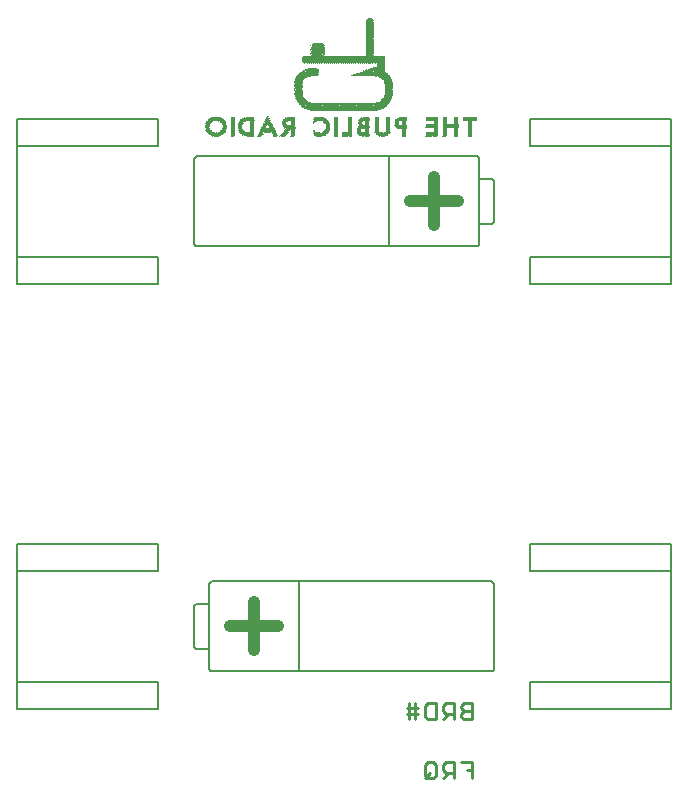
<source format=gbo>
G75*
%MOIN*%
%OFA0B0*%
%FSLAX24Y24*%
%IPPOS*%
%LPD*%
%AMOC8*
5,1,8,0,0,1.08239X$1,22.5*
%
%ADD10R,0.0018X0.0018*%
%ADD11R,0.0124X0.0018*%
%ADD12R,0.0142X0.0018*%
%ADD13R,0.0159X0.0018*%
%ADD14R,0.0407X0.0018*%
%ADD15R,0.0266X0.0018*%
%ADD16R,0.0301X0.0018*%
%ADD17R,0.0337X0.0018*%
%ADD18R,0.0177X0.0018*%
%ADD19R,0.0319X0.0018*%
%ADD20R,0.0372X0.0018*%
%ADD21R,0.0354X0.0018*%
%ADD22R,0.0195X0.0018*%
%ADD23R,0.0390X0.0018*%
%ADD24R,0.0443X0.0018*%
%ADD25R,0.0425X0.0018*%
%ADD26R,0.0478X0.0018*%
%ADD27R,0.0461X0.0018*%
%ADD28R,0.0514X0.0018*%
%ADD29R,0.0549X0.0018*%
%ADD30R,0.0230X0.0018*%
%ADD31R,0.0496X0.0018*%
%ADD32R,0.0089X0.0018*%
%ADD33R,0.0213X0.0018*%
%ADD34R,0.0053X0.0018*%
%ADD35R,0.0035X0.0018*%
%ADD36R,0.0283X0.0018*%
%ADD37R,0.0531X0.0018*%
%ADD38R,0.0106X0.0018*%
%ADD39R,0.0071X0.0018*%
%ADD40R,0.2285X0.0018*%
%ADD41R,0.2498X0.0018*%
%ADD42R,0.2640X0.0018*%
%ADD43R,0.2746X0.0018*%
%ADD44R,0.2852X0.0018*%
%ADD45R,0.2923X0.0018*%
%ADD46R,0.2994X0.0018*%
%ADD47R,0.0248X0.0018*%
%ADD48R,0.1240X0.0018*%
%ADD49R,0.0656X0.0018*%
%ADD50R,0.1098X0.0018*%
%ADD51R,0.0974X0.0018*%
%ADD52R,0.0620X0.0018*%
%ADD53R,0.0797X0.0018*%
%ADD54R,0.0585X0.0018*%
%ADD55R,0.0673X0.0018*%
%ADD56R,0.2728X0.0018*%
%ADD57R,0.2764X0.0018*%
%ADD58R,0.2711X0.0018*%
%ADD59C,0.0110*%
%ADD60C,0.0050*%
%ADD61C,0.0080*%
%ADD62C,0.0400*%
D10*
X009605Y023194D03*
X009658Y023318D03*
X009729Y023318D03*
X009782Y023194D03*
X010208Y023194D03*
X010243Y023194D03*
X010278Y023194D03*
X010597Y023229D03*
X010739Y023194D03*
X010774Y023194D03*
X010810Y023194D03*
X010845Y023194D03*
X010881Y023194D03*
X010916Y023194D03*
X010952Y023194D03*
X011093Y023194D03*
X011129Y023194D03*
X011164Y023194D03*
X011200Y023194D03*
X011306Y023336D03*
X011341Y023336D03*
X011377Y023336D03*
X011412Y023336D03*
X011448Y023336D03*
X011483Y023336D03*
X011519Y023336D03*
X011625Y023194D03*
X011660Y023194D03*
X011696Y023194D03*
X011731Y023194D03*
X011837Y023194D03*
X011873Y023194D03*
X011908Y023194D03*
X011944Y023194D03*
X011979Y023194D03*
X012192Y023194D03*
X012227Y023194D03*
X012263Y023194D03*
X012298Y023194D03*
X011997Y023460D03*
X012032Y023814D03*
X011412Y023867D03*
X010704Y023690D03*
X010650Y023814D03*
X009782Y023832D03*
X009747Y023832D03*
X009711Y023832D03*
X009676Y023832D03*
X009641Y023832D03*
X009605Y023832D03*
X009658Y023708D03*
X009694Y023708D03*
X009782Y023690D03*
X012334Y024576D03*
X012334Y024611D03*
X012334Y024717D03*
X012334Y024753D03*
X012334Y024859D03*
X012334Y024895D03*
X012334Y025001D03*
X012334Y025036D03*
X012546Y024965D03*
X012546Y024930D03*
X012546Y024824D03*
X012546Y024788D03*
X012546Y024682D03*
X012546Y024647D03*
X012652Y024434D03*
X012688Y024399D03*
X012794Y024328D03*
X012847Y024310D03*
X012865Y024292D03*
X012865Y024044D03*
X012900Y024044D03*
X013042Y023832D03*
X013078Y023832D03*
X013184Y023832D03*
X013219Y023832D03*
X013166Y023708D03*
X013131Y023708D03*
X013024Y023672D03*
X012954Y023637D03*
X012954Y023389D03*
X013131Y023318D03*
X013166Y023318D03*
X013219Y023194D03*
X013042Y023194D03*
X013645Y023194D03*
X013680Y023194D03*
X013715Y023194D03*
X013751Y023194D03*
X013928Y023194D03*
X013963Y023194D03*
X013999Y023194D03*
X014034Y023194D03*
X014070Y023194D03*
X014105Y023194D03*
X014141Y023194D03*
X014176Y023194D03*
X014211Y023194D03*
X014601Y023194D03*
X014637Y023194D03*
X014672Y023194D03*
X014708Y023194D03*
X014743Y023194D03*
X014778Y023194D03*
X015168Y023194D03*
X015221Y023318D03*
X015257Y023318D03*
X015434Y023247D03*
X015806Y023442D03*
X015859Y023566D03*
X015912Y023194D03*
X015948Y023194D03*
X015983Y023194D03*
X016019Y023194D03*
X016692Y023194D03*
X016727Y023194D03*
X016763Y023194D03*
X016798Y023194D03*
X016834Y023194D03*
X016869Y023194D03*
X016904Y023194D03*
X016940Y023194D03*
X016975Y023194D03*
X017011Y023194D03*
X017046Y023194D03*
X017259Y023194D03*
X017294Y023194D03*
X017330Y023194D03*
X017365Y023194D03*
X017649Y023194D03*
X017684Y023194D03*
X017719Y023194D03*
X017755Y023194D03*
X018109Y023194D03*
X018145Y023194D03*
X018180Y023194D03*
X018215Y023194D03*
X017595Y023601D03*
X017560Y023601D03*
X017524Y023601D03*
X017489Y023601D03*
X017454Y023601D03*
X017418Y023601D03*
X016922Y023601D03*
X016887Y023601D03*
X016851Y023601D03*
X016816Y023601D03*
X016780Y023601D03*
X016710Y023601D03*
X016710Y023530D03*
X016727Y023477D03*
X016692Y023477D03*
X016763Y023477D03*
X016798Y023477D03*
X016834Y023477D03*
X016869Y023477D03*
X016904Y023477D03*
X015558Y024576D03*
X015558Y024611D03*
X015558Y024717D03*
X015558Y024753D03*
X015558Y024859D03*
X015558Y024895D03*
X015558Y025001D03*
X015558Y025036D03*
X015523Y025072D03*
X015523Y025107D03*
X015487Y025178D03*
X015452Y025213D03*
X015345Y025320D03*
X015310Y025355D03*
X015310Y025391D03*
X015310Y025497D03*
X015310Y025532D03*
X015310Y025639D03*
X015310Y025674D03*
X015310Y025780D03*
X015310Y025816D03*
X015009Y025621D03*
X014938Y025621D03*
X014867Y025621D03*
X014832Y025621D03*
X014796Y025621D03*
X014725Y025621D03*
X014654Y025621D03*
X014584Y025621D03*
X014513Y025621D03*
X014442Y025621D03*
X014371Y025621D03*
X014300Y025621D03*
X014229Y025621D03*
X014158Y025621D03*
X014087Y025621D03*
X014017Y025621D03*
X013946Y025621D03*
X013875Y025621D03*
X013804Y025621D03*
X013733Y025621D03*
X013662Y025621D03*
X013591Y025621D03*
X013521Y025621D03*
X013450Y025621D03*
X013379Y025621D03*
X013308Y025621D03*
X013237Y025621D03*
X013166Y025621D03*
X013095Y025621D03*
X013024Y025621D03*
X012954Y025621D03*
X012883Y025621D03*
X012812Y025621D03*
X012741Y025621D03*
X012670Y025621D03*
X012652Y025639D03*
X012582Y025780D03*
X012582Y025816D03*
X012617Y025851D03*
X012635Y025869D03*
X012670Y025869D03*
X012865Y025922D03*
X012865Y025958D03*
X012865Y026064D03*
X012865Y026099D03*
X012865Y026206D03*
X013290Y026170D03*
X013290Y026135D03*
X013290Y026028D03*
X013290Y025993D03*
X013290Y025887D03*
X013060Y025444D03*
X013078Y025426D03*
X013113Y025355D03*
X013078Y025284D03*
X013007Y025213D03*
X012971Y025213D03*
X012936Y025213D03*
X012900Y025213D03*
X012847Y025196D03*
X012652Y025143D03*
X012617Y025107D03*
X012582Y025036D03*
X012440Y025249D03*
X012475Y025284D03*
X012582Y025355D03*
X012652Y025391D03*
X012723Y025426D03*
X012759Y025426D03*
X012776Y025444D03*
X012812Y025444D03*
X012475Y024292D03*
X012617Y024150D03*
X014211Y025213D03*
X014247Y025213D03*
X014282Y025213D03*
X014318Y025213D03*
X014353Y025213D03*
X014389Y025213D03*
X014424Y025213D03*
X014460Y025213D03*
X014495Y025213D03*
X014530Y025213D03*
X014566Y025213D03*
X014601Y025213D03*
X014637Y025213D03*
X014672Y025213D03*
X014708Y025213D03*
X014743Y025213D03*
X014778Y025213D03*
X014814Y025213D03*
X014849Y025213D03*
X014885Y025213D03*
X014920Y025213D03*
X014956Y025213D03*
X014991Y025213D03*
X015009Y025196D03*
X015044Y025196D03*
X015274Y025072D03*
X015310Y025036D03*
X015310Y025001D03*
X015345Y024930D03*
X015345Y024824D03*
X015345Y024788D03*
X015345Y024682D03*
X015345Y024647D03*
X015416Y024292D03*
X015381Y024221D03*
X015328Y024168D03*
X015274Y024150D03*
X015097Y024328D03*
X015026Y024292D03*
X014991Y024292D03*
X014991Y024044D03*
X014548Y023814D03*
X014282Y025249D03*
X014389Y025284D03*
X014406Y025302D03*
X014513Y025337D03*
X014619Y025373D03*
X014672Y025391D03*
X014708Y025391D03*
X014725Y025408D03*
X014778Y025426D03*
X014814Y025426D03*
X014991Y025497D03*
X014920Y025887D03*
X014920Y025993D03*
X014920Y026028D03*
X014920Y026135D03*
X014920Y026170D03*
X014920Y026276D03*
X014920Y026312D03*
X014920Y026418D03*
X014920Y026454D03*
X014920Y026560D03*
X014920Y026595D03*
X014920Y026702D03*
X014920Y026737D03*
X014920Y026843D03*
X014920Y026879D03*
X014920Y026985D03*
X014920Y027021D03*
X014885Y027091D03*
X014708Y027056D03*
X014708Y026950D03*
X014708Y026914D03*
X014708Y026808D03*
X014708Y026773D03*
X014708Y026666D03*
X014708Y026631D03*
X014708Y026524D03*
X014708Y026489D03*
X014708Y026383D03*
X014708Y026347D03*
X014708Y026241D03*
X014708Y026206D03*
X014708Y026099D03*
X014708Y026064D03*
X014708Y025958D03*
X014708Y025922D03*
D11*
X014814Y027109D03*
X015044Y023796D03*
X015044Y023761D03*
X015044Y023725D03*
X015044Y023690D03*
X015044Y023654D03*
X015044Y023619D03*
X015044Y023584D03*
X015044Y023548D03*
X015044Y023513D03*
X015044Y023477D03*
X015044Y023442D03*
X015044Y023406D03*
X015257Y023194D03*
X015434Y023442D03*
X015434Y023477D03*
X015434Y023513D03*
X015434Y023548D03*
X015434Y023584D03*
X015434Y023619D03*
X015434Y023654D03*
X015434Y023690D03*
X015434Y023725D03*
X015434Y023761D03*
X015434Y023796D03*
X015965Y023690D03*
X015965Y023654D03*
X015965Y023619D03*
X015965Y023584D03*
X015965Y023406D03*
X015965Y023371D03*
X015965Y023336D03*
X015965Y023300D03*
X015965Y023265D03*
X015965Y023229D03*
X014442Y023371D03*
X014442Y023406D03*
X013414Y023442D03*
X013414Y023584D03*
X013131Y023194D03*
X012245Y023229D03*
X012245Y023265D03*
X012245Y023300D03*
X012245Y023336D03*
X012245Y023371D03*
X012245Y023406D03*
X012245Y023584D03*
X012245Y023619D03*
X012245Y023654D03*
X012245Y023690D03*
X011412Y023778D03*
X010243Y023778D03*
X010243Y023743D03*
X010243Y023708D03*
X010243Y023672D03*
X010243Y023637D03*
X010243Y023601D03*
X010243Y023566D03*
X010243Y023530D03*
X010243Y023495D03*
X010243Y023460D03*
X010243Y023424D03*
X010243Y023389D03*
X010243Y023353D03*
X010243Y023318D03*
X010243Y023282D03*
X010243Y023247D03*
X010243Y023211D03*
X009977Y023477D03*
X009977Y023513D03*
X009977Y023548D03*
X010243Y023814D03*
X009694Y023194D03*
X009410Y023442D03*
X017702Y023442D03*
X017702Y023406D03*
X017702Y023371D03*
X017702Y023336D03*
X017702Y023300D03*
X017702Y023265D03*
X017702Y023229D03*
X017702Y023619D03*
X017702Y023654D03*
X017702Y023690D03*
X017702Y023725D03*
X017702Y023761D03*
X017702Y023796D03*
D12*
X017321Y023796D03*
X017321Y023778D03*
X017321Y023761D03*
X017321Y023743D03*
X017321Y023725D03*
X017321Y023708D03*
X017321Y023690D03*
X017321Y023672D03*
X017321Y023654D03*
X017321Y023637D03*
X017321Y023619D03*
X017321Y023601D03*
X017321Y023460D03*
X017321Y023442D03*
X017321Y023424D03*
X017321Y023406D03*
X017321Y023389D03*
X017321Y023371D03*
X017321Y023353D03*
X017321Y023336D03*
X017321Y023318D03*
X017321Y023300D03*
X017321Y023282D03*
X017321Y023265D03*
X017321Y023247D03*
X017321Y023229D03*
X017321Y023211D03*
X017020Y023336D03*
X017020Y023353D03*
X017020Y023371D03*
X017020Y023389D03*
X017020Y023406D03*
X017020Y023424D03*
X017020Y023442D03*
X017020Y023460D03*
X017020Y023601D03*
X017020Y023619D03*
X017020Y023637D03*
X017020Y023654D03*
X017020Y023672D03*
X017020Y023690D03*
X017321Y023814D03*
X018153Y023690D03*
X018153Y023672D03*
X018153Y023654D03*
X018153Y023637D03*
X018153Y023619D03*
X018153Y023601D03*
X018153Y023584D03*
X018153Y023566D03*
X018153Y023548D03*
X018153Y023530D03*
X018153Y023513D03*
X018153Y023495D03*
X018153Y023477D03*
X018153Y023460D03*
X018153Y023442D03*
X018153Y023424D03*
X018153Y023406D03*
X018153Y023389D03*
X018153Y023371D03*
X018153Y023353D03*
X018153Y023336D03*
X018153Y023318D03*
X018153Y023300D03*
X018153Y023282D03*
X018153Y023265D03*
X018153Y023247D03*
X018153Y023229D03*
X018153Y023211D03*
X015709Y023584D03*
X015709Y023601D03*
X015709Y023619D03*
X015709Y023637D03*
X015709Y023654D03*
X015425Y023406D03*
X015407Y023353D03*
X015053Y023371D03*
X014734Y023371D03*
X014734Y023389D03*
X014734Y023406D03*
X014734Y023424D03*
X014734Y023442D03*
X014734Y023353D03*
X014734Y023336D03*
X014734Y023584D03*
X014734Y023601D03*
X014734Y023619D03*
X014734Y023637D03*
X014734Y023654D03*
X014734Y023672D03*
X014734Y023690D03*
X014504Y023654D03*
X014504Y023637D03*
X014504Y023619D03*
X014451Y023424D03*
X014167Y023424D03*
X014167Y023406D03*
X014167Y023389D03*
X014167Y023371D03*
X014167Y023353D03*
X014167Y023336D03*
X014167Y023442D03*
X014167Y023460D03*
X014167Y023477D03*
X014167Y023495D03*
X014167Y023513D03*
X014167Y023530D03*
X014167Y023548D03*
X014167Y023566D03*
X014167Y023584D03*
X014167Y023601D03*
X014167Y023619D03*
X014167Y023637D03*
X014167Y023654D03*
X014167Y023672D03*
X014167Y023690D03*
X014167Y023708D03*
X014167Y023725D03*
X014167Y023743D03*
X014167Y023761D03*
X014167Y023778D03*
X014167Y023796D03*
X014167Y023814D03*
X013689Y023814D03*
X013689Y023796D03*
X013689Y023778D03*
X013689Y023761D03*
X013689Y023743D03*
X013689Y023725D03*
X013689Y023708D03*
X013689Y023690D03*
X013689Y023672D03*
X013689Y023654D03*
X013689Y023637D03*
X013689Y023619D03*
X013689Y023601D03*
X013689Y023584D03*
X013689Y023566D03*
X013689Y023548D03*
X013689Y023530D03*
X013689Y023513D03*
X013689Y023495D03*
X013689Y023477D03*
X013689Y023460D03*
X013689Y023442D03*
X013689Y023424D03*
X013689Y023406D03*
X013689Y023389D03*
X013689Y023371D03*
X013689Y023353D03*
X013689Y023336D03*
X013689Y023318D03*
X013689Y023300D03*
X013689Y023282D03*
X013689Y023265D03*
X013689Y023247D03*
X013689Y023229D03*
X013689Y023211D03*
X013423Y023477D03*
X013423Y023495D03*
X013423Y023513D03*
X013423Y023530D03*
X013423Y023548D03*
X011970Y023601D03*
X011970Y023619D03*
X011970Y023637D03*
X011970Y023654D03*
X011616Y023336D03*
X011651Y023265D03*
X011669Y023229D03*
X011545Y023477D03*
X011510Y023548D03*
X011297Y023530D03*
X011297Y023513D03*
X011191Y023300D03*
X011173Y023265D03*
X010890Y023336D03*
X010890Y023353D03*
X010890Y023371D03*
X010890Y023389D03*
X010890Y023406D03*
X010890Y023424D03*
X010890Y023442D03*
X010890Y023460D03*
X010890Y023477D03*
X010890Y023495D03*
X010890Y023513D03*
X010890Y023530D03*
X010890Y023548D03*
X010890Y023566D03*
X010890Y023584D03*
X010890Y023601D03*
X010890Y023619D03*
X010890Y023637D03*
X010890Y023654D03*
X010890Y023672D03*
X010890Y023690D03*
X010482Y023566D03*
X010482Y023530D03*
X010482Y023513D03*
X010482Y023495D03*
X010482Y023477D03*
X010482Y023460D03*
X009968Y023442D03*
X009968Y023424D03*
X009968Y023584D03*
X009968Y023601D03*
X009419Y023584D03*
X009401Y023548D03*
X009401Y023513D03*
X009401Y023495D03*
X009401Y023477D03*
X011403Y023743D03*
X011403Y023761D03*
D13*
X011412Y023725D03*
X011324Y023566D03*
X011306Y023548D03*
X011288Y023495D03*
X011271Y023477D03*
X011200Y023336D03*
X011200Y023318D03*
X011182Y023282D03*
X011164Y023229D03*
X011147Y023211D03*
X011519Y023513D03*
X011519Y023530D03*
X011536Y023495D03*
X011501Y023566D03*
X011625Y023318D03*
X011625Y023300D03*
X011643Y023282D03*
X011660Y023247D03*
X011678Y023211D03*
X011944Y023229D03*
X012032Y023353D03*
X012050Y023371D03*
X012245Y023389D03*
X012245Y023353D03*
X012245Y023318D03*
X012245Y023282D03*
X012245Y023247D03*
X012245Y023211D03*
X012245Y023566D03*
X012245Y023601D03*
X012245Y023637D03*
X012245Y023672D03*
X011979Y023672D03*
X011979Y023584D03*
X013024Y023708D03*
X013397Y023619D03*
X013414Y023601D03*
X013414Y023566D03*
X013414Y023460D03*
X013414Y023424D03*
X013397Y023406D03*
X013024Y023318D03*
X014442Y023353D03*
X014460Y023336D03*
X014442Y023389D03*
X014460Y023442D03*
X014530Y023584D03*
X014513Y023601D03*
X014513Y023672D03*
X014530Y023690D03*
X015044Y023708D03*
X015044Y023743D03*
X015044Y023778D03*
X015044Y023814D03*
X015044Y023672D03*
X015044Y023637D03*
X015044Y023601D03*
X015044Y023566D03*
X015044Y023530D03*
X015044Y023495D03*
X015044Y023460D03*
X015044Y023424D03*
X015044Y023389D03*
X015062Y023353D03*
X015416Y023371D03*
X015434Y023389D03*
X015434Y023424D03*
X015434Y023460D03*
X015434Y023495D03*
X015434Y023530D03*
X015434Y023566D03*
X015434Y023601D03*
X015434Y023637D03*
X015434Y023672D03*
X015434Y023708D03*
X015434Y023743D03*
X015434Y023778D03*
X015434Y023814D03*
X015717Y023672D03*
X015735Y023690D03*
X015965Y023672D03*
X015965Y023637D03*
X015965Y023601D03*
X015965Y023566D03*
X015965Y023424D03*
X015965Y023389D03*
X015965Y023353D03*
X015965Y023318D03*
X015965Y023282D03*
X015965Y023247D03*
X015965Y023211D03*
X017011Y023477D03*
X017702Y023460D03*
X017702Y023424D03*
X017702Y023389D03*
X017702Y023353D03*
X017702Y023318D03*
X017702Y023282D03*
X017702Y023247D03*
X017702Y023211D03*
X017702Y023601D03*
X017702Y023637D03*
X017702Y023672D03*
X017702Y023708D03*
X017702Y023743D03*
X017702Y023778D03*
X017702Y023814D03*
X010526Y023654D03*
X010509Y023619D03*
X010509Y023601D03*
X010491Y023584D03*
X010491Y023548D03*
X010491Y023442D03*
X010509Y023424D03*
X010509Y023406D03*
X010526Y023371D03*
X010243Y023371D03*
X010243Y023406D03*
X010243Y023442D03*
X010243Y023477D03*
X010243Y023513D03*
X010243Y023548D03*
X010243Y023584D03*
X010243Y023619D03*
X010243Y023654D03*
X010243Y023690D03*
X010243Y023725D03*
X010243Y023761D03*
X010243Y023796D03*
X009960Y023619D03*
X009942Y023637D03*
X009977Y023566D03*
X009977Y023530D03*
X009977Y023495D03*
X009977Y023460D03*
X009960Y023406D03*
X009942Y023389D03*
X010243Y023336D03*
X010243Y023300D03*
X010243Y023265D03*
X010243Y023229D03*
X009428Y023406D03*
X009410Y023424D03*
X009410Y023460D03*
X009410Y023530D03*
X009410Y023566D03*
X009410Y023601D03*
X009428Y023619D03*
D14*
X010757Y023761D03*
X010757Y023265D03*
X012121Y023530D03*
X012121Y023708D03*
X012121Y023743D03*
X012617Y024310D03*
X013149Y023778D03*
X013149Y023247D03*
X014601Y023282D03*
X014601Y023300D03*
X014601Y023318D03*
X014601Y023460D03*
X015841Y023708D03*
X016887Y023708D03*
X016887Y023725D03*
X016887Y023743D03*
X016887Y023761D03*
X016887Y023778D03*
X016887Y023796D03*
X016887Y023814D03*
X016887Y023584D03*
X016887Y023566D03*
X016887Y023548D03*
X016887Y023530D03*
X016887Y023513D03*
X016887Y023495D03*
X016887Y023318D03*
X016887Y023300D03*
X016887Y023282D03*
X016887Y023265D03*
X016887Y023247D03*
X016887Y023229D03*
X016887Y023211D03*
X015274Y025196D03*
X013078Y025904D03*
X013078Y026046D03*
X013078Y026188D03*
X013078Y026223D03*
X013078Y026259D03*
D15*
X012440Y025019D03*
X012440Y024983D03*
X012440Y024948D03*
X012440Y024877D03*
X012440Y024841D03*
X012440Y024806D03*
X012440Y024735D03*
X012440Y024700D03*
X012440Y024664D03*
X012440Y024629D03*
X012440Y024593D03*
X012475Y024487D03*
X012192Y023814D03*
X011412Y023637D03*
X009853Y023708D03*
X014814Y025869D03*
X014814Y025904D03*
X014814Y025940D03*
X014814Y025975D03*
X014814Y026011D03*
X014814Y026046D03*
X014814Y026082D03*
X014814Y026117D03*
X014814Y026152D03*
X014814Y026188D03*
X014814Y026223D03*
X014814Y026259D03*
X014814Y026294D03*
X014814Y026330D03*
X014814Y026365D03*
X014814Y026400D03*
X014814Y026436D03*
X014814Y026471D03*
X014814Y026507D03*
X014814Y026542D03*
X014814Y026578D03*
X014814Y026613D03*
X014814Y026649D03*
X014814Y026684D03*
X014814Y026719D03*
X014814Y026755D03*
X014814Y026790D03*
X014814Y026826D03*
X014814Y026861D03*
X014814Y026897D03*
X014814Y026932D03*
X014814Y026967D03*
X014814Y027003D03*
X015416Y025054D03*
X015434Y025019D03*
X015452Y024948D03*
X015452Y024912D03*
X015452Y024877D03*
X015452Y024841D03*
X015452Y024806D03*
X015452Y024771D03*
X015452Y024735D03*
X015452Y024700D03*
X015452Y024664D03*
X015452Y024629D03*
X015452Y024593D03*
X015416Y024523D03*
X015416Y024487D03*
X015912Y023814D03*
X015239Y023211D03*
D16*
X015239Y023229D03*
X014654Y023211D03*
X014654Y023778D03*
X015363Y024416D03*
X015399Y024452D03*
X015399Y025089D03*
X015363Y025125D03*
X015877Y023796D03*
X015877Y023477D03*
X015895Y023460D03*
X013131Y023211D03*
X013131Y023814D03*
X012528Y024416D03*
X012493Y024452D03*
X012156Y023796D03*
X012174Y023460D03*
X011412Y023584D03*
X009694Y023814D03*
X009694Y023211D03*
D17*
X009694Y023796D03*
X010792Y023796D03*
X010792Y023229D03*
X012156Y023424D03*
X012582Y024345D03*
X012546Y024381D03*
X013131Y023796D03*
X014070Y023318D03*
X014070Y023300D03*
X014070Y023282D03*
X014070Y023265D03*
X014070Y023247D03*
X014070Y023229D03*
X014070Y023211D03*
X014637Y023229D03*
X014637Y023743D03*
X015310Y024345D03*
X015345Y024381D03*
X015877Y023778D03*
X015859Y023761D03*
X013078Y026294D03*
X012546Y025160D03*
D18*
X013370Y023654D03*
X013388Y023637D03*
X013388Y023389D03*
X013388Y023371D03*
X012077Y023406D03*
X012059Y023389D03*
X012024Y023336D03*
X012006Y023318D03*
X011988Y023300D03*
X011970Y023265D03*
X011917Y023211D03*
X011173Y023247D03*
X009933Y023371D03*
X009933Y023654D03*
X009455Y023654D03*
X009437Y023637D03*
X009437Y023389D03*
X009455Y023371D03*
X015071Y023336D03*
X015407Y023336D03*
D19*
X014646Y023761D03*
X012502Y025125D03*
X012148Y023477D03*
X010801Y023211D03*
D20*
X012121Y023513D03*
X012139Y023495D03*
X012121Y023725D03*
X013149Y023229D03*
X014619Y023247D03*
X014619Y023513D03*
X014619Y023530D03*
X014619Y023708D03*
X015841Y023725D03*
X015859Y023743D03*
X015841Y023548D03*
X015328Y025160D03*
D21*
X014628Y023725D03*
X014628Y023566D03*
X014628Y023548D03*
X015230Y023247D03*
X015850Y023513D03*
X015868Y023495D03*
X012148Y023778D03*
X012130Y023761D03*
X009685Y023229D03*
D22*
X009481Y023336D03*
X009463Y023353D03*
X009463Y023672D03*
X009481Y023690D03*
X009906Y023690D03*
X009924Y023672D03*
X009924Y023353D03*
X009906Y023336D03*
X010526Y023389D03*
X010562Y023353D03*
X010526Y023637D03*
X010562Y023672D03*
X010580Y023690D03*
X011412Y023708D03*
X011997Y023690D03*
X012015Y023566D03*
X011979Y023282D03*
X011944Y023247D03*
X013343Y023336D03*
X013361Y023353D03*
X013361Y023672D03*
X013343Y023690D03*
X015097Y023318D03*
X015381Y023318D03*
X015735Y023566D03*
X015930Y023442D03*
X012936Y025444D03*
X014814Y027074D03*
D23*
X015124Y025479D03*
X014610Y023495D03*
X014610Y023477D03*
X014610Y023265D03*
X015230Y023265D03*
X015850Y023530D03*
X012112Y023548D03*
X010766Y023778D03*
X010766Y023247D03*
D24*
X010739Y023725D03*
X011412Y023460D03*
X011412Y023442D03*
X009694Y023247D03*
X009694Y023778D03*
X012599Y025196D03*
X012883Y025408D03*
X013078Y025940D03*
X013078Y025975D03*
X013078Y026011D03*
X013078Y026082D03*
X013078Y026117D03*
X013078Y026152D03*
X015257Y024310D03*
X015239Y023300D03*
X013166Y023282D03*
X013166Y023743D03*
X018145Y023761D03*
X018162Y023778D03*
X018145Y023796D03*
X018162Y023814D03*
X018162Y023743D03*
X018145Y023725D03*
X018162Y023708D03*
D25*
X015230Y023282D03*
X013157Y023265D03*
X013157Y023761D03*
D26*
X011412Y023424D03*
X010721Y023708D03*
X009694Y023761D03*
X009694Y023265D03*
X013078Y025869D03*
X015062Y025444D03*
D27*
X013175Y023725D03*
X013175Y023300D03*
X010730Y023300D03*
X010730Y023282D03*
X010730Y023743D03*
D28*
X011412Y023389D03*
X011412Y023371D03*
X009694Y023282D03*
X009694Y023743D03*
X012847Y025373D03*
X017507Y023584D03*
X017507Y023548D03*
X017507Y023513D03*
X017507Y023477D03*
D29*
X015026Y025408D03*
X011412Y023353D03*
X009694Y023300D03*
X009694Y023725D03*
D30*
X009517Y023708D03*
X009517Y023318D03*
X009871Y023318D03*
X011412Y023654D03*
X013308Y023708D03*
X013308Y023318D03*
X014690Y023814D03*
X015186Y025550D03*
X015186Y025586D03*
D31*
X011403Y023406D03*
X010712Y023318D03*
D32*
X011412Y023796D03*
X012989Y023336D03*
D33*
X011403Y023672D03*
X011403Y023690D03*
X010571Y023336D03*
D34*
X011412Y023849D03*
X012422Y024363D03*
X012422Y024399D03*
X012387Y024434D03*
X012387Y024469D03*
X012422Y024505D03*
X012422Y024540D03*
X012387Y024576D03*
X012387Y024611D03*
X012422Y024647D03*
X012422Y024682D03*
X012387Y024717D03*
X012387Y024753D03*
X012422Y024788D03*
X012422Y024824D03*
X012387Y024859D03*
X012387Y024895D03*
X012422Y024930D03*
X012422Y024965D03*
X012387Y025001D03*
X012387Y025036D03*
X012422Y025072D03*
X012422Y025107D03*
X012387Y025143D03*
X012458Y025143D03*
X012458Y025178D03*
X012493Y025213D03*
X012493Y025249D03*
X012528Y025284D03*
X012528Y025320D03*
X012599Y025320D03*
X012599Y025284D03*
X012564Y025249D03*
X012564Y025213D03*
X012599Y025178D03*
X012599Y025143D03*
X012564Y025107D03*
X012564Y025072D03*
X012528Y025036D03*
X012528Y025001D03*
X012493Y024965D03*
X012493Y024930D03*
X012528Y024895D03*
X012528Y024859D03*
X012493Y024824D03*
X012493Y024788D03*
X012528Y024753D03*
X012528Y024717D03*
X012493Y024682D03*
X012493Y024647D03*
X012528Y024611D03*
X012528Y024576D03*
X012493Y024540D03*
X012493Y024505D03*
X012528Y024469D03*
X012528Y024434D03*
X012493Y024399D03*
X012493Y024363D03*
X012528Y024328D03*
X012528Y024292D03*
X012493Y024257D03*
X012564Y024257D03*
X012564Y024221D03*
X012599Y024186D03*
X012635Y024221D03*
X012635Y024257D03*
X012670Y024292D03*
X012670Y024328D03*
X012635Y024363D03*
X012635Y024399D03*
X012599Y024434D03*
X012599Y024469D03*
X012564Y024505D03*
X012564Y024540D03*
X012458Y024576D03*
X012458Y024611D03*
X012458Y024717D03*
X012458Y024753D03*
X012458Y024859D03*
X012458Y024895D03*
X012458Y025001D03*
X012458Y025036D03*
X012493Y025072D03*
X012493Y025107D03*
X012528Y025143D03*
X012528Y025178D03*
X012422Y025213D03*
X012351Y025072D03*
X012351Y024965D03*
X012351Y024930D03*
X012351Y024824D03*
X012351Y024788D03*
X012351Y024682D03*
X012351Y024647D03*
X012351Y024540D03*
X012458Y024469D03*
X012458Y024434D03*
X012458Y024328D03*
X012564Y024363D03*
X012564Y024399D03*
X012599Y024328D03*
X012599Y024292D03*
X012706Y024257D03*
X012706Y024221D03*
X012741Y024186D03*
X012741Y024150D03*
X012706Y024115D03*
X012670Y024150D03*
X012670Y024186D03*
X012776Y024221D03*
X012776Y024257D03*
X012741Y024292D03*
X012741Y024328D03*
X012706Y024363D03*
X012812Y024292D03*
X012847Y024257D03*
X012847Y024221D03*
X012812Y024186D03*
X012812Y024150D03*
X012847Y024115D03*
X012847Y024080D03*
X012776Y024080D03*
X012776Y024115D03*
X012883Y024150D03*
X012883Y024186D03*
X012918Y024221D03*
X012918Y024257D03*
X012989Y024257D03*
X012989Y024221D03*
X012954Y024186D03*
X012954Y024150D03*
X012989Y024115D03*
X012989Y024080D03*
X012954Y024044D03*
X012918Y024080D03*
X012918Y024115D03*
X013024Y024150D03*
X013024Y024186D03*
X013060Y024221D03*
X013060Y024257D03*
X013131Y024257D03*
X013131Y024221D03*
X013166Y024186D03*
X013166Y024150D03*
X013131Y024115D03*
X013131Y024080D03*
X013166Y024044D03*
X013202Y024080D03*
X013202Y024115D03*
X013237Y024150D03*
X013237Y024186D03*
X013202Y024221D03*
X013202Y024257D03*
X013273Y024257D03*
X013273Y024221D03*
X013308Y024186D03*
X013308Y024150D03*
X013343Y024115D03*
X013343Y024080D03*
X013308Y024044D03*
X013273Y024080D03*
X013273Y024115D03*
X013237Y024044D03*
X013095Y024044D03*
X013060Y024080D03*
X013060Y024115D03*
X013095Y024150D03*
X013095Y024186D03*
X013024Y024044D03*
X013131Y023832D03*
X012971Y023672D03*
X012971Y023353D03*
X013379Y024044D03*
X013414Y024080D03*
X013414Y024115D03*
X013379Y024150D03*
X013379Y024186D03*
X013414Y024221D03*
X013414Y024257D03*
X013343Y024257D03*
X013343Y024221D03*
X013450Y024186D03*
X013450Y024150D03*
X013485Y024115D03*
X013485Y024080D03*
X013450Y024044D03*
X013521Y024044D03*
X013556Y024080D03*
X013556Y024115D03*
X013591Y024150D03*
X013591Y024186D03*
X013556Y024221D03*
X013556Y024257D03*
X013627Y024257D03*
X013627Y024221D03*
X013662Y024186D03*
X013662Y024150D03*
X013627Y024115D03*
X013627Y024080D03*
X013662Y024044D03*
X013698Y024080D03*
X013698Y024115D03*
X013733Y024150D03*
X013733Y024186D03*
X013698Y024221D03*
X013698Y024257D03*
X013769Y024257D03*
X013769Y024221D03*
X013804Y024186D03*
X013804Y024150D03*
X013769Y024115D03*
X013769Y024080D03*
X013804Y024044D03*
X013839Y024080D03*
X013839Y024115D03*
X013875Y024150D03*
X013875Y024186D03*
X013910Y024221D03*
X013910Y024257D03*
X013839Y024257D03*
X013839Y024221D03*
X013946Y024186D03*
X013946Y024150D03*
X013981Y024115D03*
X013981Y024080D03*
X013946Y024044D03*
X013910Y024080D03*
X013910Y024115D03*
X013875Y024044D03*
X014017Y024044D03*
X014052Y024080D03*
X014052Y024115D03*
X014017Y024150D03*
X014017Y024186D03*
X014052Y024221D03*
X014052Y024257D03*
X013981Y024257D03*
X013981Y024221D03*
X014087Y024186D03*
X014087Y024150D03*
X014123Y024115D03*
X014123Y024080D03*
X014158Y024044D03*
X014194Y024080D03*
X014194Y024115D03*
X014229Y024150D03*
X014229Y024186D03*
X014194Y024221D03*
X014194Y024257D03*
X014265Y024257D03*
X014265Y024221D03*
X014300Y024186D03*
X014300Y024150D03*
X014265Y024115D03*
X014265Y024080D03*
X014300Y024044D03*
X014336Y024080D03*
X014336Y024115D03*
X014371Y024150D03*
X014371Y024186D03*
X014406Y024221D03*
X014406Y024257D03*
X014336Y024257D03*
X014336Y024221D03*
X014442Y024186D03*
X014442Y024150D03*
X014477Y024115D03*
X014477Y024080D03*
X014442Y024044D03*
X014406Y024080D03*
X014406Y024115D03*
X014371Y024044D03*
X014513Y024044D03*
X014548Y024080D03*
X014548Y024115D03*
X014513Y024150D03*
X014513Y024186D03*
X014548Y024221D03*
X014548Y024257D03*
X014477Y024257D03*
X014477Y024221D03*
X014584Y024186D03*
X014584Y024150D03*
X014619Y024115D03*
X014619Y024080D03*
X014654Y024044D03*
X014690Y024080D03*
X014690Y024115D03*
X014725Y024150D03*
X014725Y024186D03*
X014690Y024221D03*
X014690Y024257D03*
X014761Y024257D03*
X014761Y024221D03*
X014796Y024186D03*
X014796Y024150D03*
X014761Y024115D03*
X014761Y024080D03*
X014796Y024044D03*
X014832Y024080D03*
X014832Y024115D03*
X014867Y024150D03*
X014867Y024186D03*
X014832Y024221D03*
X014832Y024257D03*
X014902Y024257D03*
X014902Y024221D03*
X014938Y024186D03*
X014938Y024150D03*
X014973Y024115D03*
X014973Y024080D03*
X014938Y024044D03*
X014902Y024080D03*
X014902Y024115D03*
X014867Y024044D03*
X014725Y024044D03*
X014654Y024150D03*
X014654Y024186D03*
X014619Y024221D03*
X014619Y024257D03*
X014584Y024044D03*
X014229Y024044D03*
X014158Y024150D03*
X014158Y024186D03*
X014123Y024221D03*
X014123Y024257D03*
X014087Y024044D03*
X013733Y024044D03*
X013591Y024044D03*
X013521Y024150D03*
X013521Y024186D03*
X013485Y024221D03*
X013485Y024257D03*
X012847Y025213D03*
X012847Y025249D03*
X012812Y025284D03*
X012812Y025320D03*
X012847Y025355D03*
X012847Y025391D03*
X012812Y025426D03*
X012776Y025391D03*
X012776Y025355D03*
X012741Y025320D03*
X012741Y025284D03*
X012706Y025249D03*
X012706Y025213D03*
X012741Y025178D03*
X012776Y025213D03*
X012776Y025249D03*
X012670Y025284D03*
X012670Y025320D03*
X012635Y025355D03*
X012706Y025355D03*
X012706Y025391D03*
X012635Y025249D03*
X012635Y025213D03*
X012670Y025178D03*
X012883Y025284D03*
X012883Y025320D03*
X012918Y025355D03*
X012918Y025391D03*
X012883Y025426D03*
X012954Y025426D03*
X012989Y025391D03*
X012989Y025355D03*
X012954Y025320D03*
X012954Y025284D03*
X012989Y025249D03*
X013024Y025284D03*
X013024Y025320D03*
X013060Y025355D03*
X013060Y025391D03*
X013024Y025426D03*
X013095Y025320D03*
X013060Y025249D03*
X012918Y025249D03*
X012918Y025639D03*
X012918Y025674D03*
X012883Y025710D03*
X012883Y025745D03*
X012918Y025780D03*
X012918Y025816D03*
X012883Y025851D03*
X012883Y025887D03*
X012918Y025922D03*
X012918Y025958D03*
X012883Y025993D03*
X012883Y026028D03*
X012918Y026064D03*
X012918Y026099D03*
X012883Y026135D03*
X012883Y026170D03*
X012918Y026206D03*
X012918Y026241D03*
X012954Y026276D03*
X012989Y026241D03*
X012989Y026206D03*
X012954Y026170D03*
X012954Y026135D03*
X012989Y026099D03*
X012989Y026064D03*
X012954Y026028D03*
X012954Y025993D03*
X012989Y025958D03*
X012989Y025922D03*
X012954Y025887D03*
X012954Y025851D03*
X012989Y025816D03*
X012989Y025780D03*
X012954Y025745D03*
X012954Y025710D03*
X012989Y025674D03*
X012989Y025639D03*
X013060Y025639D03*
X013060Y025674D03*
X013095Y025710D03*
X013095Y025745D03*
X013060Y025780D03*
X013060Y025816D03*
X013095Y025851D03*
X013095Y025887D03*
X013060Y025922D03*
X013060Y025958D03*
X013095Y025993D03*
X013095Y026028D03*
X013060Y026064D03*
X013060Y026099D03*
X013095Y026135D03*
X013095Y026170D03*
X013060Y026206D03*
X013060Y026241D03*
X013095Y026276D03*
X013131Y026241D03*
X013131Y026206D03*
X013166Y026170D03*
X013166Y026135D03*
X013131Y026099D03*
X013131Y026064D03*
X013166Y026028D03*
X013166Y025993D03*
X013131Y025958D03*
X013131Y025922D03*
X013166Y025887D03*
X013166Y025851D03*
X013131Y025816D03*
X013131Y025780D03*
X013166Y025745D03*
X013166Y025710D03*
X013131Y025674D03*
X013131Y025639D03*
X013202Y025639D03*
X013202Y025674D03*
X013237Y025710D03*
X013237Y025745D03*
X013202Y025780D03*
X013202Y025816D03*
X013237Y025851D03*
X013237Y025887D03*
X013202Y025922D03*
X013202Y025958D03*
X013237Y025993D03*
X013237Y026028D03*
X013202Y026064D03*
X013202Y026099D03*
X013237Y026135D03*
X013237Y026170D03*
X013202Y026206D03*
X013202Y026241D03*
X013237Y026276D03*
X013166Y026276D03*
X013273Y026206D03*
X013273Y026099D03*
X013273Y026064D03*
X013273Y025958D03*
X013273Y025922D03*
X013308Y025851D03*
X013343Y025816D03*
X013343Y025780D03*
X013308Y025745D03*
X013308Y025710D03*
X013343Y025674D03*
X013343Y025639D03*
X013273Y025639D03*
X013273Y025674D03*
X013273Y025780D03*
X013273Y025816D03*
X013361Y025869D03*
X013379Y025851D03*
X013414Y025816D03*
X013414Y025780D03*
X013379Y025745D03*
X013379Y025710D03*
X013414Y025674D03*
X013414Y025639D03*
X013485Y025639D03*
X013485Y025674D03*
X013450Y025710D03*
X013450Y025745D03*
X013485Y025780D03*
X013485Y025816D03*
X013450Y025851D03*
X013432Y025869D03*
X013503Y025869D03*
X013521Y025851D03*
X013556Y025816D03*
X013556Y025780D03*
X013591Y025745D03*
X013591Y025710D03*
X013556Y025674D03*
X013556Y025639D03*
X013627Y025639D03*
X013627Y025674D03*
X013662Y025710D03*
X013662Y025745D03*
X013627Y025780D03*
X013627Y025816D03*
X013662Y025851D03*
X013645Y025869D03*
X013591Y025851D03*
X013574Y025869D03*
X013698Y025816D03*
X013698Y025780D03*
X013733Y025745D03*
X013733Y025710D03*
X013698Y025674D03*
X013698Y025639D03*
X013769Y025639D03*
X013769Y025674D03*
X013804Y025710D03*
X013804Y025745D03*
X013769Y025780D03*
X013769Y025816D03*
X013804Y025851D03*
X013786Y025869D03*
X013733Y025851D03*
X013715Y025869D03*
X013839Y025816D03*
X013839Y025780D03*
X013875Y025745D03*
X013875Y025710D03*
X013910Y025674D03*
X013910Y025639D03*
X013839Y025639D03*
X013839Y025674D03*
X013946Y025710D03*
X013946Y025745D03*
X013981Y025780D03*
X013981Y025816D03*
X013946Y025851D03*
X013928Y025869D03*
X013875Y025851D03*
X013857Y025869D03*
X013910Y025816D03*
X013910Y025780D03*
X014017Y025745D03*
X014017Y025710D03*
X014052Y025674D03*
X014052Y025639D03*
X013981Y025639D03*
X013981Y025674D03*
X014087Y025710D03*
X014087Y025745D03*
X014052Y025780D03*
X014052Y025816D03*
X014017Y025851D03*
X013999Y025869D03*
X014070Y025869D03*
X014087Y025851D03*
X014123Y025816D03*
X014123Y025780D03*
X014158Y025745D03*
X014158Y025710D03*
X014123Y025674D03*
X014123Y025639D03*
X014194Y025639D03*
X014194Y025674D03*
X014229Y025710D03*
X014229Y025745D03*
X014194Y025780D03*
X014194Y025816D03*
X014229Y025851D03*
X014211Y025869D03*
X014158Y025851D03*
X014141Y025869D03*
X014265Y025816D03*
X014265Y025780D03*
X014300Y025745D03*
X014300Y025710D03*
X014265Y025674D03*
X014265Y025639D03*
X014336Y025639D03*
X014336Y025674D03*
X014371Y025710D03*
X014371Y025745D03*
X014406Y025780D03*
X014406Y025816D03*
X014371Y025851D03*
X014353Y025869D03*
X014300Y025851D03*
X014282Y025869D03*
X014336Y025816D03*
X014336Y025780D03*
X014442Y025745D03*
X014442Y025710D03*
X014477Y025674D03*
X014477Y025639D03*
X014406Y025639D03*
X014406Y025674D03*
X014513Y025710D03*
X014513Y025745D03*
X014548Y025780D03*
X014548Y025816D03*
X014513Y025851D03*
X014495Y025869D03*
X014477Y025816D03*
X014477Y025780D03*
X014442Y025851D03*
X014424Y025869D03*
X014566Y025869D03*
X014584Y025851D03*
X014619Y025816D03*
X014619Y025780D03*
X014654Y025745D03*
X014654Y025710D03*
X014619Y025674D03*
X014619Y025639D03*
X014690Y025639D03*
X014690Y025674D03*
X014725Y025710D03*
X014725Y025745D03*
X014690Y025780D03*
X014690Y025816D03*
X014725Y025851D03*
X014725Y025887D03*
X014761Y025922D03*
X014761Y025958D03*
X014796Y025993D03*
X014796Y026028D03*
X014761Y026064D03*
X014761Y026099D03*
X014796Y026135D03*
X014796Y026170D03*
X014761Y026206D03*
X014761Y026241D03*
X014796Y026276D03*
X014796Y026312D03*
X014761Y026347D03*
X014761Y026383D03*
X014796Y026418D03*
X014796Y026454D03*
X014761Y026489D03*
X014761Y026524D03*
X014796Y026560D03*
X014796Y026595D03*
X014761Y026631D03*
X014761Y026666D03*
X014796Y026702D03*
X014796Y026737D03*
X014761Y026773D03*
X014761Y026808D03*
X014796Y026843D03*
X014796Y026879D03*
X014761Y026914D03*
X014761Y026950D03*
X014796Y026985D03*
X014796Y027021D03*
X014761Y027056D03*
X014761Y027091D03*
X014832Y027091D03*
X014832Y027056D03*
X014867Y027021D03*
X014867Y026985D03*
X014832Y026950D03*
X014832Y026914D03*
X014867Y026879D03*
X014867Y026843D03*
X014832Y026808D03*
X014832Y026773D03*
X014867Y026737D03*
X014867Y026702D03*
X014832Y026666D03*
X014832Y026631D03*
X014867Y026595D03*
X014867Y026560D03*
X014832Y026524D03*
X014832Y026489D03*
X014867Y026454D03*
X014867Y026418D03*
X014832Y026383D03*
X014832Y026347D03*
X014867Y026312D03*
X014867Y026276D03*
X014832Y026241D03*
X014832Y026206D03*
X014867Y026170D03*
X014867Y026135D03*
X014832Y026099D03*
X014832Y026064D03*
X014867Y026028D03*
X014867Y025993D03*
X014832Y025958D03*
X014832Y025922D03*
X014867Y025887D03*
X014867Y025851D03*
X014832Y025816D03*
X014832Y025780D03*
X014867Y025745D03*
X014867Y025710D03*
X014832Y025674D03*
X014832Y025639D03*
X014902Y025639D03*
X014902Y025674D03*
X014938Y025710D03*
X014938Y025745D03*
X014973Y025780D03*
X014973Y025816D03*
X014938Y025851D03*
X014902Y025816D03*
X014902Y025780D03*
X014796Y025745D03*
X014796Y025710D03*
X014761Y025674D03*
X014761Y025639D03*
X014761Y025780D03*
X014761Y025816D03*
X014796Y025851D03*
X014796Y025887D03*
X014902Y025922D03*
X014902Y025958D03*
X014902Y026064D03*
X014902Y026099D03*
X014902Y026206D03*
X014902Y026241D03*
X014902Y026347D03*
X014902Y026383D03*
X014902Y026489D03*
X014902Y026524D03*
X014902Y026631D03*
X014902Y026666D03*
X014902Y026773D03*
X014902Y026808D03*
X014902Y026914D03*
X014902Y026950D03*
X014902Y027056D03*
X014725Y027021D03*
X014725Y026985D03*
X014725Y026879D03*
X014725Y026843D03*
X014725Y026737D03*
X014725Y026702D03*
X014725Y026595D03*
X014725Y026560D03*
X014725Y026454D03*
X014725Y026418D03*
X014725Y026312D03*
X014725Y026276D03*
X014725Y026170D03*
X014725Y026135D03*
X014725Y026028D03*
X014725Y025993D03*
X014637Y025869D03*
X014654Y025851D03*
X014584Y025745D03*
X014584Y025710D03*
X014548Y025674D03*
X014548Y025639D03*
X014619Y025355D03*
X014654Y025320D03*
X014654Y025284D03*
X014619Y025249D03*
X014584Y025284D03*
X014584Y025320D03*
X014513Y025320D03*
X014513Y025284D03*
X014548Y025249D03*
X014477Y025249D03*
X014442Y025284D03*
X014406Y025249D03*
X014336Y025249D03*
X014690Y025249D03*
X014725Y025284D03*
X014725Y025320D03*
X014690Y025355D03*
X014761Y025355D03*
X014761Y025391D03*
X014832Y025391D03*
X014832Y025355D03*
X014867Y025320D03*
X014867Y025284D03*
X014832Y025249D03*
X014796Y025284D03*
X014796Y025320D03*
X014761Y025249D03*
X014902Y025249D03*
X014938Y025284D03*
X014938Y025320D03*
X014973Y025355D03*
X014973Y025391D03*
X014938Y025426D03*
X014938Y025461D03*
X015009Y025461D03*
X015009Y025426D03*
X015044Y025391D03*
X015044Y025355D03*
X015009Y025320D03*
X015009Y025284D03*
X015044Y025249D03*
X015044Y025213D03*
X015115Y025213D03*
X015115Y025249D03*
X015080Y025284D03*
X015080Y025320D03*
X015115Y025355D03*
X015115Y025391D03*
X015080Y025426D03*
X015080Y025461D03*
X015115Y025497D03*
X015115Y025532D03*
X015150Y025568D03*
X015150Y025603D03*
X015115Y025639D03*
X015115Y025674D03*
X015080Y025710D03*
X015080Y025745D03*
X015115Y025780D03*
X015115Y025816D03*
X015080Y025851D03*
X015062Y025869D03*
X015044Y025816D03*
X015044Y025780D03*
X015009Y025745D03*
X015009Y025710D03*
X015044Y025674D03*
X015044Y025639D03*
X014973Y025639D03*
X014973Y025674D03*
X015009Y025851D03*
X014991Y025869D03*
X015133Y025869D03*
X015150Y025851D03*
X015186Y025816D03*
X015186Y025780D03*
X015221Y025745D03*
X015221Y025710D03*
X015186Y025674D03*
X015186Y025639D03*
X015221Y025603D03*
X015221Y025568D03*
X015186Y025532D03*
X015186Y025497D03*
X015221Y025461D03*
X015221Y025426D03*
X015186Y025391D03*
X015186Y025355D03*
X015221Y025320D03*
X015221Y025284D03*
X015186Y025249D03*
X015186Y025213D03*
X015221Y025178D03*
X015221Y025143D03*
X015257Y025107D03*
X015292Y025143D03*
X015292Y025178D03*
X015257Y025213D03*
X015257Y025249D03*
X015292Y025284D03*
X015292Y025320D03*
X015257Y025355D03*
X015257Y025391D03*
X015292Y025426D03*
X015292Y025461D03*
X015257Y025497D03*
X015257Y025532D03*
X015292Y025568D03*
X015292Y025603D03*
X015257Y025639D03*
X015257Y025674D03*
X015292Y025710D03*
X015292Y025745D03*
X015257Y025780D03*
X015257Y025816D03*
X015292Y025851D03*
X015274Y025869D03*
X015221Y025851D03*
X015204Y025869D03*
X015150Y025745D03*
X015150Y025710D03*
X015044Y025497D03*
X015150Y025461D03*
X015150Y025426D03*
X015150Y025320D03*
X015150Y025284D03*
X015150Y025178D03*
X015328Y025213D03*
X015328Y025249D03*
X015363Y025284D03*
X015399Y025249D03*
X015399Y025213D03*
X015434Y025178D03*
X015434Y025143D03*
X015469Y025107D03*
X015469Y025072D03*
X015434Y025036D03*
X015434Y025001D03*
X015469Y024965D03*
X015469Y024930D03*
X015434Y024895D03*
X015434Y024859D03*
X015469Y024824D03*
X015469Y024788D03*
X015434Y024753D03*
X015434Y024717D03*
X015469Y024682D03*
X015469Y024647D03*
X015434Y024611D03*
X015434Y024576D03*
X015469Y024540D03*
X015469Y024505D03*
X015434Y024469D03*
X015434Y024434D03*
X015469Y024399D03*
X015469Y024363D03*
X015434Y024328D03*
X015399Y024363D03*
X015399Y024399D03*
X015363Y024434D03*
X015363Y024469D03*
X015328Y024505D03*
X015328Y024540D03*
X015363Y024576D03*
X015363Y024611D03*
X015399Y024647D03*
X015399Y024682D03*
X015363Y024717D03*
X015363Y024753D03*
X015399Y024788D03*
X015399Y024824D03*
X015363Y024859D03*
X015363Y024895D03*
X015399Y024930D03*
X015399Y024965D03*
X015363Y025001D03*
X015363Y025036D03*
X015328Y025072D03*
X015328Y025107D03*
X015363Y025143D03*
X015363Y025178D03*
X015399Y025107D03*
X015399Y025072D03*
X015505Y025036D03*
X015505Y025001D03*
X015540Y024965D03*
X015540Y024930D03*
X015505Y024895D03*
X015505Y024859D03*
X015540Y024824D03*
X015540Y024788D03*
X015505Y024753D03*
X015505Y024717D03*
X015540Y024682D03*
X015540Y024647D03*
X015505Y024611D03*
X015505Y024576D03*
X015540Y024540D03*
X015505Y024469D03*
X015505Y024434D03*
X015399Y024505D03*
X015399Y024540D03*
X015292Y024469D03*
X015292Y024434D03*
X015257Y024399D03*
X015257Y024363D03*
X015292Y024328D03*
X015292Y024292D03*
X015257Y024257D03*
X015257Y024221D03*
X015292Y024186D03*
X015328Y024221D03*
X015328Y024257D03*
X015363Y024292D03*
X015363Y024328D03*
X015328Y024363D03*
X015328Y024399D03*
X015221Y024328D03*
X015221Y024292D03*
X015186Y024257D03*
X015186Y024221D03*
X015221Y024186D03*
X015221Y024150D03*
X015186Y024115D03*
X015150Y024150D03*
X015150Y024186D03*
X015115Y024221D03*
X015115Y024257D03*
X015080Y024292D03*
X015044Y024257D03*
X015044Y024221D03*
X015009Y024186D03*
X015009Y024150D03*
X015044Y024115D03*
X015044Y024080D03*
X015115Y024080D03*
X015115Y024115D03*
X015080Y024150D03*
X015080Y024186D03*
X014973Y024221D03*
X014973Y024257D03*
X015150Y024292D03*
X015150Y024328D03*
X015186Y024363D03*
X014973Y025249D03*
X014902Y025355D03*
X014902Y025391D03*
X014867Y025426D03*
X013521Y025710D03*
X013521Y025745D03*
X013024Y025745D03*
X013024Y025710D03*
X013024Y025851D03*
X013024Y025887D03*
X013024Y025993D03*
X013024Y026028D03*
X013024Y026135D03*
X013024Y026170D03*
X013024Y026276D03*
X012794Y025869D03*
X012812Y025851D03*
X012847Y025816D03*
X012847Y025780D03*
X012812Y025745D03*
X012812Y025710D03*
X012847Y025674D03*
X012847Y025639D03*
X012776Y025639D03*
X012776Y025674D03*
X012741Y025710D03*
X012741Y025745D03*
X012706Y025780D03*
X012706Y025816D03*
X012741Y025851D03*
X012723Y025869D03*
X012670Y025851D03*
X012635Y025816D03*
X012635Y025780D03*
X012670Y025745D03*
X012670Y025710D03*
X012635Y025674D03*
X012599Y025710D03*
X012599Y025745D03*
X012706Y025674D03*
X012706Y025639D03*
X012776Y025780D03*
X012776Y025816D03*
D35*
X013264Y026241D03*
X012396Y025178D03*
X012360Y025107D03*
X012360Y024505D03*
X012962Y023654D03*
X012962Y023371D03*
X015088Y025568D03*
X015088Y025603D03*
X015496Y025143D03*
X015336Y024965D03*
X015531Y024505D03*
X015390Y024257D03*
D36*
X014663Y023796D03*
X015177Y025515D03*
X012484Y025089D03*
X012466Y025054D03*
X012466Y024523D03*
X012165Y023442D03*
X011403Y023601D03*
X011403Y023619D03*
X010819Y023814D03*
D37*
X017516Y023566D03*
X017516Y023530D03*
X017516Y023495D03*
D38*
X012998Y023690D03*
D39*
X011403Y023814D03*
X011403Y023832D03*
D40*
X013946Y024062D03*
D41*
X013946Y024097D03*
D42*
X013946Y024133D03*
D43*
X013928Y024168D03*
X013928Y025727D03*
D44*
X013946Y024204D03*
D45*
X013946Y024239D03*
D46*
X013946Y024274D03*
D47*
X015443Y024558D03*
X015443Y024983D03*
X015195Y025621D03*
X014823Y027038D03*
X012431Y024912D03*
X012431Y024771D03*
X012449Y024558D03*
D48*
X014840Y025231D03*
D49*
X012776Y025267D03*
X012741Y025231D03*
D50*
X014876Y025267D03*
D51*
X014920Y025302D03*
D52*
X012794Y025302D03*
D53*
X014938Y025337D03*
D54*
X012812Y025337D03*
D55*
X014982Y025373D03*
D56*
X013955Y025656D03*
X013937Y025692D03*
D57*
X013937Y025763D03*
X013937Y025798D03*
D58*
X013946Y025834D03*
D59*
X016137Y004329D02*
X016137Y003778D01*
X016320Y003778D02*
X016320Y004329D01*
X016412Y004145D02*
X016137Y004145D01*
X016045Y004145D01*
X016045Y003962D02*
X016412Y003962D01*
X016653Y003870D02*
X016653Y004237D01*
X016745Y004329D01*
X017020Y004329D01*
X017020Y003778D01*
X016745Y003778D01*
X016653Y003870D01*
X017261Y003778D02*
X017444Y003962D01*
X017352Y003962D02*
X017628Y003962D01*
X017628Y003778D02*
X017628Y004329D01*
X017352Y004329D01*
X017261Y004237D01*
X017261Y004054D01*
X017352Y003962D01*
X017868Y003962D02*
X017868Y003870D01*
X017960Y003778D01*
X018235Y003778D01*
X018235Y004329D01*
X017960Y004329D01*
X017868Y004237D01*
X017868Y004145D01*
X017960Y004054D01*
X018235Y004054D01*
X017960Y004054D02*
X017868Y003962D01*
X017868Y002360D02*
X018235Y002360D01*
X018235Y001810D01*
X018235Y002085D02*
X018052Y002085D01*
X017628Y001993D02*
X017352Y001993D01*
X017261Y002085D01*
X017261Y002269D01*
X017352Y002360D01*
X017628Y002360D01*
X017628Y001810D01*
X017444Y001993D02*
X017261Y001810D01*
X017020Y001902D02*
X017020Y002269D01*
X016928Y002360D01*
X016745Y002360D01*
X016653Y002269D01*
X016653Y001902D01*
X016745Y001810D01*
X016928Y001810D01*
X017020Y001902D01*
X016836Y001993D02*
X016653Y001810D01*
D60*
X007760Y004123D02*
X003060Y004123D01*
X003060Y005023D01*
X007760Y005023D01*
X007760Y004123D01*
X007760Y008723D02*
X003060Y008723D01*
X003060Y005023D01*
X003060Y008723D02*
X003060Y009623D01*
X007760Y009623D01*
X007760Y008723D01*
X007760Y018296D02*
X003060Y018296D01*
X003060Y019196D01*
X003060Y022896D01*
X007760Y022896D01*
X007760Y023796D01*
X003060Y023796D01*
X003060Y022896D01*
X003060Y019196D02*
X007760Y019196D01*
X007760Y018296D01*
X020160Y018296D02*
X020160Y019196D01*
X024860Y019196D01*
X024860Y022896D01*
X020160Y022896D01*
X020160Y023796D01*
X024860Y023796D01*
X024860Y022896D01*
X024860Y019196D02*
X024860Y018296D01*
X020160Y018296D01*
X020160Y009623D02*
X020160Y008723D01*
X024860Y008723D01*
X024860Y005023D01*
X020160Y005023D01*
X020160Y004123D01*
X024860Y004123D01*
X024860Y005023D01*
X024860Y008723D02*
X024860Y009623D01*
X020160Y009623D01*
D61*
X018960Y008273D02*
X018960Y005473D01*
X018958Y005456D01*
X018954Y005439D01*
X018947Y005423D01*
X018937Y005409D01*
X018924Y005396D01*
X018910Y005386D01*
X018894Y005379D01*
X018877Y005375D01*
X018860Y005373D01*
X012460Y005373D01*
X009560Y005373D01*
X009543Y005375D01*
X009526Y005379D01*
X009510Y005386D01*
X009496Y005396D01*
X009483Y005409D01*
X009473Y005423D01*
X009466Y005439D01*
X009462Y005456D01*
X009460Y005473D01*
X009460Y006123D01*
X009060Y006123D01*
X009043Y006125D01*
X009026Y006129D01*
X009010Y006136D01*
X008996Y006146D01*
X008983Y006159D01*
X008973Y006173D01*
X008966Y006189D01*
X008962Y006206D01*
X008960Y006223D01*
X008960Y007523D01*
X008962Y007540D01*
X008966Y007557D01*
X008973Y007573D01*
X008983Y007587D01*
X008996Y007600D01*
X009010Y007610D01*
X009026Y007617D01*
X009043Y007621D01*
X009060Y007623D01*
X009460Y007623D01*
X009460Y006123D01*
X009460Y007623D02*
X009460Y008273D01*
X009462Y008290D01*
X009466Y008307D01*
X009473Y008323D01*
X009483Y008337D01*
X009496Y008350D01*
X009510Y008360D01*
X009526Y008367D01*
X009543Y008371D01*
X009560Y008373D01*
X012460Y008373D01*
X018860Y008373D01*
X018877Y008371D01*
X018894Y008367D01*
X018910Y008360D01*
X018924Y008350D01*
X018937Y008337D01*
X018947Y008323D01*
X018954Y008307D01*
X018958Y008290D01*
X018960Y008273D01*
X012460Y008373D02*
X012460Y005373D01*
X015460Y019546D02*
X009060Y019546D01*
X009043Y019548D01*
X009026Y019552D01*
X009010Y019559D01*
X008996Y019569D01*
X008983Y019582D01*
X008973Y019596D01*
X008966Y019612D01*
X008962Y019629D01*
X008960Y019646D01*
X008960Y022446D01*
X008962Y022463D01*
X008966Y022480D01*
X008973Y022496D01*
X008983Y022510D01*
X008996Y022523D01*
X009010Y022533D01*
X009026Y022540D01*
X009043Y022544D01*
X009060Y022546D01*
X015460Y022546D01*
X018360Y022546D01*
X018377Y022544D01*
X018394Y022540D01*
X018410Y022533D01*
X018424Y022523D01*
X018437Y022510D01*
X018447Y022496D01*
X018454Y022480D01*
X018458Y022463D01*
X018460Y022446D01*
X018460Y021796D01*
X018860Y021796D01*
X018877Y021794D01*
X018894Y021790D01*
X018910Y021783D01*
X018924Y021773D01*
X018937Y021760D01*
X018947Y021746D01*
X018954Y021730D01*
X018958Y021713D01*
X018960Y021696D01*
X018960Y020396D01*
X018958Y020379D01*
X018954Y020362D01*
X018947Y020346D01*
X018937Y020332D01*
X018924Y020319D01*
X018910Y020309D01*
X018894Y020302D01*
X018877Y020298D01*
X018860Y020296D01*
X018460Y020296D01*
X018460Y021796D01*
X018460Y020296D02*
X018460Y019646D01*
X018458Y019629D01*
X018454Y019612D01*
X018447Y019596D01*
X018437Y019582D01*
X018424Y019569D01*
X018410Y019559D01*
X018394Y019552D01*
X018377Y019548D01*
X018360Y019546D01*
X015460Y019546D01*
X015460Y022546D01*
D62*
X016160Y021046D02*
X017760Y021046D01*
X016960Y020246D02*
X016960Y021846D01*
X010960Y007673D02*
X010960Y006073D01*
X011760Y006873D02*
X010160Y006873D01*
M02*

</source>
